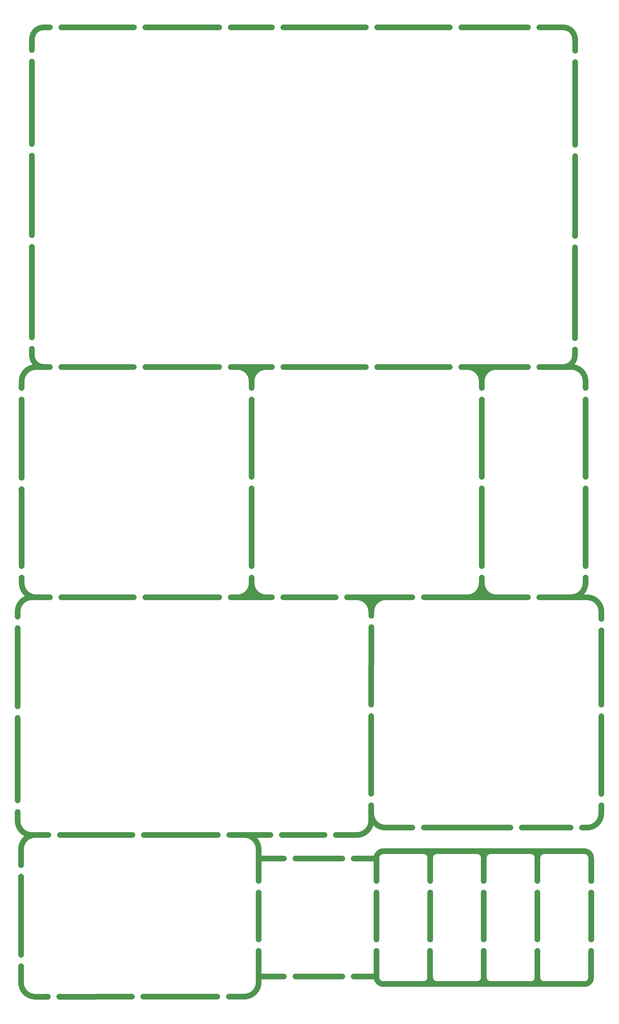
<source format=gbr>
G04 #@! TF.GenerationSoftware,KiCad,Pcbnew,(5.1.5)-3*
G04 #@! TF.CreationDate,2020-11-06T03:20:09-03:00*
G04 #@! TF.ProjectId,baseline_small,62617365-6c69-46e6-955f-736d616c6c2e,0.1*
G04 #@! TF.SameCoordinates,Original*
G04 #@! TF.FileFunction,Other,ECO1*
%FSLAX46Y46*%
G04 Gerber Fmt 4.6, Leading zero omitted, Abs format (unit mm)*
G04 Created by KiCad (PCBNEW (5.1.5)-3) date 2020-11-06 03:20:09*
%MOMM*%
%LPD*%
G04 APERTURE LIST*
%ADD10C,2.540000*%
G04 APERTURE END LIST*
D10*
X-142875000Y-364997890D02*
G75*
G02X-139954000Y-367944400I0J-2921110D01*
G01*
X-163893610Y-367919000D02*
G75*
G02X-160947100Y-364998000I2921110J0D01*
G01*
X-166814500Y-364997890D02*
G75*
G02X-163893500Y-367944400I0J-2921110D01*
G01*
X-187833110Y-367919000D02*
G75*
G02X-184886600Y-364998000I2921110J0D01*
G01*
X-190754000Y-364997890D02*
G75*
G02X-187833000Y-367944400I0J-2921110D01*
G01*
X-161036000Y-424180000D02*
G75*
G02X-163957000Y-421233490I0J2921110D01*
G01*
X-163893390Y-421322500D02*
G75*
G02X-166839900Y-424243500I-2921110J0D01*
G01*
X-214655400Y-364997891D02*
G75*
G02X-211709000Y-367969800I0J-2946509D01*
G01*
X-211759909Y-367944400D02*
G75*
G02X-208788000Y-364998000I2946509J0D01*
G01*
X-139903200Y-368274600D02*
X-139903200Y-378282200D01*
X-139903200Y-404317200D02*
X-139903200Y-383413000D01*
X-139928600Y-409448000D02*
X-139928600Y-420801800D01*
X-139954000Y-421322500D02*
G75*
G02X-142900510Y-424243500I-2921110J0D01*
G01*
X-184912000Y-424180110D02*
G75*
G02X-187833000Y-421233600I0J2921110D01*
G01*
X-187833000Y-421259000D02*
G75*
G02X-190779510Y-424180000I-2921110J0D01*
G01*
X-208851500Y-424205510D02*
G75*
G02X-211772500Y-421259000I0J2921110D01*
G01*
X-211772500Y-421195500D02*
G75*
G02X-214871405Y-424268900I-3073505J0D01*
G01*
X-232689400Y-424205505D02*
G75*
G02X-235762800Y-421106600I0J3073505D01*
G01*
X-235762905Y-368071400D02*
G75*
G02X-232664000Y-364998000I3073505J0D01*
G01*
X-142684500Y-364998000D02*
X-232410000Y-364998000D01*
X-232156000Y-424180000D02*
X-143065500Y-424180000D01*
X-163906200Y-404317200D02*
X-163906200Y-383413000D01*
X-163906200Y-365633000D02*
X-163906200Y-378282200D01*
X-163931600Y-409448000D02*
X-163931600Y-420801800D01*
X-187883800Y-409448000D02*
X-187883800Y-420801800D01*
X-187858400Y-404317200D02*
X-187858400Y-383413000D01*
X-187858400Y-365506000D02*
X-187858400Y-378282200D01*
X-211810600Y-409448000D02*
X-211810600Y-420801800D01*
X-211785200Y-404317200D02*
X-211785200Y-383413000D01*
X-211785200Y-365506000D02*
X-211785200Y-378282200D01*
X-277012400Y-420827200D02*
X-288086800Y-420827200D01*
X-271907000Y-420827200D02*
X-251002800Y-420827200D01*
X-235737400Y-420827200D02*
X-245872000Y-420827200D01*
X-235762800Y-409448000D02*
X-235762800Y-420801800D01*
X-235737400Y-404317200D02*
X-235737400Y-383413000D01*
X-235737400Y-368274600D02*
X-235737400Y-378282200D01*
X-235762800Y-368274600D02*
X-245872000Y-368274600D01*
X-271907000Y-368274600D02*
X-250977400Y-368274600D01*
X-277012400Y-368274600D02*
X-288340800Y-368274600D01*
X-288315400Y-363651800D02*
X-288315400Y-378289000D01*
X-294690800Y-357759000D02*
G75*
G02X-288315400Y-364159851I0J-6375451D01*
G01*
X-288289949Y-423418000D02*
G75*
G02X-294690800Y-429793400I-6375451J0D01*
G01*
X-288315400Y-423672000D02*
X-288315400Y-409448000D01*
X-288315400Y-404324000D02*
X-288315400Y-383413000D01*
X-301625000Y-429844200D02*
X-294233600Y-429844200D01*
X-306781200Y-429844200D02*
X-339757200Y-429844200D01*
X-377222200Y-429869600D02*
X-344881200Y-429844200D01*
X-382346200Y-429869600D02*
X-388137400Y-429869600D01*
X-394335000Y-416343574D02*
X-394335000Y-423672000D01*
X-387972300Y-429844251D02*
G75*
G02X-394347700Y-423443400I0J6375451D01*
G01*
X-394335000Y-411226000D02*
X-394335000Y-376338574D01*
X-394335000Y-371214574D02*
X-394335000Y-364178774D01*
X-394335000Y-364109000D02*
G75*
G02X-387934149Y-357733600I6375451J0D01*
G01*
X-219710000Y-251841000D02*
X-248818400Y-251815600D01*
X-253829000Y-357759000D02*
X-243992400Y-357759000D01*
X-135405240Y-348125974D02*
G75*
G02X-141806091Y-354501374I-6375451J0D01*
G01*
X-143990440Y-354475974D02*
X-141094840Y-354475974D01*
X-135379840Y-347846574D02*
X-135379840Y-344569974D01*
X-135379840Y-304818974D02*
X-135379840Y-339439174D01*
X-135379840Y-299688174D02*
X-135379840Y-266591974D01*
X-135379840Y-257447974D02*
X-135379840Y-261467974D01*
X-149121240Y-354501374D02*
X-170870440Y-354501374D01*
X-214558440Y-354501374D02*
X-175994440Y-354501374D01*
X-141602840Y-251834574D02*
X-163042600Y-251815600D01*
X-141755240Y-251859974D02*
G75*
G02X-135379840Y-258260825I0J-6375451D01*
G01*
X-142441040Y-245738574D02*
X-142441040Y-243071574D01*
X-168173400Y-251815600D02*
X-214558440Y-251834574D01*
X-231696640Y-354501374D02*
G75*
G02X-238072040Y-348100523I0J6375451D01*
G01*
X-238074149Y-351383600D02*
G75*
G02X-244475000Y-357759000I-6375451J0D01*
G01*
X-244472840Y-251859923D02*
G75*
G02X-238097440Y-258260774I0J-6375451D01*
G01*
X-237995891Y-258209974D02*
G75*
G02X-231595040Y-251834574I6375451J0D01*
G01*
X-395831440Y-347509574D02*
X-395831440Y-351808974D01*
X-389125840Y-357777974D02*
X-382090040Y-357777974D01*
X-389481440Y-357777974D02*
G75*
G02X-395856840Y-351377123I0J6375451D01*
G01*
X-395831440Y-257803574D02*
X-395831440Y-260470574D01*
X-395831491Y-258209974D02*
G75*
G02X-389430640Y-251834574I6375451J0D01*
G01*
X-395844140Y-300475574D02*
X-395831440Y-265594574D01*
X-395844140Y-305599574D02*
X-395831440Y-342385574D01*
X-344625040Y-357777974D02*
X-376959240Y-357777974D01*
X-339501040Y-357777974D02*
X-306525040Y-357777974D01*
X-283030040Y-357777974D02*
X-301401040Y-357777974D01*
X-258953000Y-357759000D02*
X-277926800Y-357759000D01*
X-238046640Y-260020174D02*
X-238046640Y-252571174D01*
X-238046640Y-265144174D02*
X-238072040Y-299694974D01*
X-238072040Y-344544574D02*
X-238072040Y-351504174D01*
X-147190840Y-144036974D02*
G75*
G02X-152372384Y-149194586I-5181544J23988D01*
G01*
X-147140040Y-141446174D02*
X-147140040Y-143884574D01*
X-147140040Y-136315374D02*
X-147140040Y-95929374D01*
X-147114640Y-55263974D02*
X-147114640Y-90798574D01*
X-147114640Y-50139974D02*
X-147114640Y-13353974D01*
X-147114640Y-2863774D02*
X-147114640Y-8229974D01*
X-152348452Y2139970D02*
G75*
G02X-147190840Y-3041574I-23988J-5181544D01*
G01*
X-389430584Y-3017586D02*
G75*
G02X-384249040Y2140026I5181544J-23988D01*
G01*
X-381455040Y2190826D02*
X-383918840Y2190826D01*
X-163047240Y2190826D02*
X-152474040Y2190826D01*
X-168171240Y2190826D02*
X-197889240Y2190826D01*
X-235361040Y2190826D02*
X-203020040Y2190826D01*
X-240485040Y2190826D02*
X-277271040Y2190826D01*
X-300766040Y2190826D02*
X-282395040Y2190826D01*
X-305890040Y2190826D02*
X-338866040Y2190826D01*
X-376331040Y2190826D02*
X-343990040Y2190826D01*
X-142441040Y-158572574D02*
X-142441040Y-155060574D01*
X-148816440Y-149167723D02*
G75*
G02X-142441040Y-155568574I0J-6375451D01*
G01*
X-142443149Y-245414800D02*
G75*
G02X-148844000Y-251790200I-6375451J0D01*
G01*
X-182319040Y-251859974D02*
G75*
G02X-188694440Y-245459123I0J6375451D01*
G01*
X-188796040Y-245484574D02*
G75*
G02X-195196891Y-251859974I-6375451J0D01*
G01*
X-142441040Y-237947574D02*
X-142441040Y-203320574D01*
X-142441040Y-163696574D02*
X-142441040Y-198196574D01*
X-148181440Y-149218574D02*
X-163040440Y-149218574D01*
X-188745240Y-155568574D02*
G75*
G02X-182344389Y-149193174I6375451J0D01*
G01*
X-195146040Y-149218574D02*
G75*
G02X-188770640Y-155619425I0J-6375451D01*
G01*
X-291412040Y-245484574D02*
G75*
G02X-297812891Y-251859974I-6375451J0D01*
G01*
X-285062040Y-251834574D02*
G75*
G02X-291437440Y-245433723I0J6375451D01*
G01*
X-253974600Y-251834574D02*
X-277271040Y-251834574D01*
X-300766040Y-251834574D02*
X-282395040Y-251834574D01*
X-305890040Y-251834574D02*
X-338866040Y-251834574D01*
X-376331040Y-251834574D02*
X-343990040Y-251834574D01*
X-394078840Y-243071574D02*
X-394078840Y-245001974D01*
X-387678040Y-251834625D02*
G75*
G02X-394053440Y-245433774I0J6375451D01*
G01*
X-394091540Y-158559874D02*
X-394091540Y-155492374D01*
X-394078840Y-163696574D02*
X-394078840Y-198577574D01*
X-394078840Y-237940774D02*
X-394078840Y-203701574D01*
X-188745240Y-163721974D02*
X-188770640Y-198196574D01*
X-188745240Y-237947574D02*
X-188745240Y-203320574D01*
X-291412040Y-251072574D02*
X-291412040Y-243071574D01*
X-291412040Y-149472574D02*
X-291412040Y-158572574D01*
X-291437440Y-198196574D02*
X-291437440Y-163696574D01*
X-188745240Y-158572574D02*
X-188745240Y-149472574D01*
X-389463200Y-143579774D02*
X-389463200Y-141134574D01*
X-384299840Y-149142374D02*
G75*
G02X-389457452Y-143960830I23988J5181544D01*
G01*
X-387855840Y-149218574D02*
X-381455040Y-149218574D01*
X-394053491Y-155593974D02*
G75*
G02X-387652640Y-149218574I6375451J0D01*
G01*
X-297787440Y-149167723D02*
G75*
G02X-291412040Y-155568574I0J-6375451D01*
G01*
X-282395040Y-149218574D02*
X-300766040Y-149218574D01*
X-277271040Y-149218574D02*
X-240485040Y-149218574D01*
X-203020040Y-149218574D02*
X-235361040Y-149218574D01*
X-343990040Y-149218574D02*
X-376331040Y-149218574D01*
X-338866040Y-149218574D02*
X-305890040Y-149218574D01*
X-389463200Y-7921000D02*
X-389463200Y-2660574D01*
X-238074200Y-339420200D02*
X-238074200Y-304800000D01*
X-381455040Y-251834574D02*
X-389608440Y-251834574D01*
X-188719840Y-243122374D02*
X-188719840Y-251631374D01*
X-291412040Y-203320574D02*
X-291412040Y-237947574D01*
X-219682440Y-354501374D02*
X-232001440Y-354501374D01*
X-197896040Y-149218574D02*
X-168171240Y-149218574D01*
X-291462891Y-155593974D02*
G75*
G02X-285062040Y-149218574I6375451J0D01*
G01*
X-389463200Y-95601800D02*
X-389463200Y-136010574D01*
X-389463200Y-90471000D02*
X-389463200Y-54961800D01*
X-389463200Y-13051800D02*
X-389463200Y-49831000D01*
X-139954000Y-409448000D02*
X-139954000Y-410118000D01*
X-139954000Y-404324000D02*
X-139954000Y-403654000D01*
X-139954000Y-378289000D02*
X-139954000Y-377619000D01*
X-139954000Y-383413000D02*
X-139954000Y-384083000D01*
X-163931600Y-404324000D02*
X-163931600Y-403654000D01*
X-163931600Y-409448000D02*
X-163931600Y-410118000D01*
X-163906200Y-383413000D02*
X-163906200Y-384083000D01*
X-163906200Y-378289000D02*
X-163906200Y-377619000D01*
X-187858400Y-378289000D02*
X-187858400Y-377619000D01*
X-187858400Y-383413000D02*
X-187858400Y-384083000D01*
X-187883800Y-409448000D02*
X-187883800Y-410118000D01*
X-187883800Y-404324000D02*
X-187883800Y-403654000D01*
X-211785200Y-378289000D02*
X-211785200Y-377619000D01*
X-211785200Y-383413000D02*
X-211785200Y-384083000D01*
X-211810600Y-409448000D02*
X-211810600Y-410118000D01*
X-211810600Y-404324000D02*
X-211810600Y-403654000D01*
X-271907000Y-420827200D02*
X-271237000Y-420827200D01*
X-277031000Y-420827200D02*
X-277701000Y-420827200D01*
X-250996000Y-420827200D02*
X-251666000Y-420827200D01*
X-245872000Y-420827200D02*
X-245202000Y-420827200D01*
X-277031000Y-368274600D02*
X-277701000Y-368274600D01*
X-271907000Y-368274600D02*
X-271237000Y-368274600D01*
X-245872000Y-368274600D02*
X-245202000Y-368274600D01*
X-250996000Y-368274600D02*
X-251666000Y-368274600D01*
X-235762800Y-404324000D02*
X-235762800Y-403654000D01*
X-235762800Y-409448000D02*
X-235762800Y-410118000D01*
X-235737400Y-383413000D02*
X-235737400Y-384083000D01*
X-235737400Y-378289000D02*
X-235737400Y-377619000D01*
X-288315400Y-409448000D02*
X-288315400Y-410118000D01*
X-288315400Y-404324000D02*
X-288315400Y-403654000D01*
X-288315400Y-378289000D02*
X-288315400Y-377619000D01*
X-288315400Y-383413000D02*
X-288315400Y-384083000D01*
X-306755800Y-429844200D02*
X-307425800Y-429844200D01*
X-301631800Y-429844200D02*
X-300961800Y-429844200D01*
X-339731800Y-429844200D02*
X-339061800Y-429844200D01*
X-344855800Y-429844200D02*
X-345525800Y-429844200D01*
X-382397000Y-429844200D02*
X-383067000Y-429844200D01*
X-377273000Y-429844200D02*
X-376603000Y-429844200D01*
X-394322300Y-376389526D02*
X-394322300Y-377059526D01*
X-394322300Y-371265526D02*
X-394322300Y-370595526D01*
X-394335000Y-411149800D02*
X-394335000Y-410479800D01*
X-394335000Y-416273800D02*
X-394335000Y-416943800D01*
X-135379840Y-261467974D02*
X-135379840Y-260797974D01*
X-135379840Y-266591974D02*
X-135379840Y-267261974D01*
X-135379840Y-304818974D02*
X-135379840Y-305488974D01*
X-135379840Y-299694974D02*
X-135379840Y-299024974D01*
X-135379840Y-339445974D02*
X-135379840Y-338775974D01*
X-135379840Y-344569974D02*
X-135379840Y-345239974D01*
X-163049400Y-251815600D02*
X-162379400Y-251815600D01*
X-168173400Y-251815600D02*
X-168843400Y-251815600D01*
X-219707840Y-251834574D02*
X-220377840Y-251834574D01*
X-214583840Y-251834574D02*
X-213913840Y-251834574D01*
X-170845040Y-354475974D02*
X-170175040Y-354475974D01*
X-175969040Y-354475974D02*
X-176639040Y-354475974D01*
X-149121240Y-354475974D02*
X-149791240Y-354475974D01*
X-143997240Y-354475974D02*
X-143327240Y-354475974D01*
X-253829000Y-357759000D02*
X-253159000Y-357759000D01*
X-258953000Y-357759000D02*
X-259623000Y-357759000D01*
X-283055440Y-357752574D02*
X-283725440Y-357752574D01*
X-277931440Y-357752574D02*
X-277261440Y-357752574D01*
X-395831440Y-347509574D02*
X-395831440Y-348179574D01*
X-395831440Y-342385574D02*
X-395831440Y-341715574D01*
X-395844140Y-300475574D02*
X-395844140Y-299805574D01*
X-395844140Y-305599574D02*
X-395844140Y-306269574D01*
X-395831440Y-265594574D02*
X-395831440Y-266264574D01*
X-395831440Y-260470574D02*
X-395831440Y-259800574D01*
X-344625040Y-357777974D02*
X-345295040Y-357777974D01*
X-339501040Y-357777974D02*
X-338831040Y-357777974D01*
X-376966040Y-357777974D02*
X-376296040Y-357777974D01*
X-382090040Y-357777974D02*
X-382760040Y-357777974D01*
X-306525040Y-357777974D02*
X-307195040Y-357777974D01*
X-301401040Y-357777974D02*
X-300731040Y-357777974D01*
X-238072040Y-304818974D02*
X-238072040Y-305488974D01*
X-238072040Y-299694974D02*
X-238072040Y-299024974D01*
X-238072040Y-344544574D02*
X-238072040Y-345214574D01*
X-238072040Y-339420574D02*
X-238072040Y-338750574D01*
X-238046640Y-260020174D02*
X-238046640Y-259350174D01*
X-238046640Y-265144174D02*
X-238046640Y-265814174D01*
X-142441040Y-237947574D02*
X-142441040Y-237277574D01*
X-142441040Y-243071574D02*
X-142441040Y-243741574D01*
X-142441040Y-203295174D02*
X-142441040Y-203965174D01*
X-142441040Y-198171174D02*
X-142441040Y-197501174D01*
X-142441040Y-158572574D02*
X-142441040Y-157902574D01*
X-142441040Y-163696574D02*
X-142441040Y-164366574D01*
X-147140040Y-141446174D02*
X-147140040Y-142116174D01*
X-147140040Y-136322174D02*
X-147140040Y-135652174D01*
X-147114640Y-8229974D02*
X-147114640Y-7559974D01*
X-147114640Y-13353974D02*
X-147114640Y-14023974D01*
X-147140040Y-90805374D02*
X-147140040Y-90135374D01*
X-147140040Y-95929374D02*
X-147140040Y-96599374D01*
X-147114640Y-55263974D02*
X-147114640Y-55933974D01*
X-147114640Y-50139974D02*
X-147114640Y-49469974D01*
X-168189840Y2190826D02*
X-168859840Y2190826D01*
X-163065840Y2190826D02*
X-162395840Y2190826D01*
X-197914640Y2190826D02*
X-197244640Y2190826D01*
X-203038640Y2190826D02*
X-203708640Y2190826D01*
X-240503640Y2190826D02*
X-241173640Y2190826D01*
X-235379640Y2190826D02*
X-234709640Y2190826D01*
X-277289640Y2190826D02*
X-276619640Y2190826D01*
X-282413640Y2190826D02*
X-283083640Y2190826D01*
X-305883240Y2190826D02*
X-306553240Y2190826D01*
X-300759240Y2190826D02*
X-300089240Y2190826D01*
X-338833840Y2190826D02*
X-338163840Y2190826D01*
X-343957840Y2190826D02*
X-344627840Y2190826D01*
X-381448240Y2190826D02*
X-382118240Y2190826D01*
X-376324240Y2190826D02*
X-375654240Y2190826D01*
X-253949200Y-251815600D02*
X-254619200Y-251815600D01*
X-248825200Y-251815600D02*
X-248155200Y-251815600D01*
X-300766040Y-251834574D02*
X-300096040Y-251834574D01*
X-305890040Y-251834574D02*
X-306560040Y-251834574D01*
X-214558440Y-354501374D02*
X-213888440Y-354501374D01*
X-219682440Y-354501374D02*
X-220352440Y-354501374D01*
X-282395040Y-251834574D02*
X-283065040Y-251834574D01*
X-277271040Y-251834574D02*
X-276601040Y-251834574D01*
X-338866040Y-251834574D02*
X-338196040Y-251834574D01*
X-343990040Y-251834574D02*
X-344660040Y-251834574D01*
X-381455040Y-251834574D02*
X-382125040Y-251834574D01*
X-376331040Y-251834574D02*
X-375661040Y-251834574D01*
X-394078840Y-237915374D02*
X-394078840Y-237245374D01*
X-394078840Y-243039374D02*
X-394078840Y-243709374D01*
X-394104240Y-203643974D02*
X-394104240Y-204313974D01*
X-394104240Y-198519974D02*
X-394104240Y-197849974D01*
X-188770640Y-203320574D02*
X-188770640Y-203990574D01*
X-188770640Y-198196574D02*
X-188770640Y-197526574D01*
X-188745240Y-243071574D02*
X-188745240Y-243741574D01*
X-188745240Y-237947574D02*
X-188745240Y-237277574D01*
X-291437440Y-198196574D02*
X-291437440Y-197526574D01*
X-291437440Y-203320574D02*
X-291437440Y-203990574D01*
X-188745240Y-158572574D02*
X-188745240Y-157902574D01*
X-188745240Y-163696574D02*
X-188745240Y-164366574D01*
X-291412040Y-237947574D02*
X-291412040Y-237277574D01*
X-291412040Y-243071574D02*
X-291412040Y-243741574D01*
X-291412040Y-163696574D02*
X-291412040Y-164366574D01*
X-291412040Y-158572574D02*
X-291412040Y-157902574D01*
X-163047240Y-149218574D02*
X-162377240Y-149218574D01*
X-168171240Y-149218574D02*
X-168841240Y-149218574D01*
X-235361040Y-149218574D02*
X-234691040Y-149218574D01*
X-240485040Y-149218574D02*
X-241155040Y-149218574D01*
X-203020040Y-149218574D02*
X-203690040Y-149218574D01*
X-197896040Y-149218574D02*
X-197226040Y-149218574D01*
X-277271040Y-149218574D02*
X-276601040Y-149218574D01*
X-282395040Y-149218574D02*
X-283065040Y-149218574D01*
X-343990040Y-149218574D02*
X-344660040Y-149218574D01*
X-338866040Y-149218574D02*
X-338196040Y-149218574D01*
X-305890040Y-149218574D02*
X-306560040Y-149218574D01*
X-300766040Y-149218574D02*
X-300096040Y-149218574D01*
X-394104240Y-158540374D02*
X-394104240Y-157870374D01*
X-394104240Y-163664374D02*
X-394104240Y-164334374D01*
X-376331040Y-149218574D02*
X-375661040Y-149218574D01*
X-381455040Y-149218574D02*
X-382125040Y-149218574D01*
X-389463200Y-90471000D02*
X-389463200Y-89801000D01*
X-389463200Y-95595000D02*
X-389463200Y-96265000D01*
X-389463200Y-54955000D02*
X-389463200Y-55625000D01*
X-389463200Y-49831000D02*
X-389463200Y-49161000D01*
X-389463200Y-7921000D02*
X-389463200Y-7251000D01*
X-389463200Y-13045000D02*
X-389463200Y-13715000D01*
X-389463200Y-141134574D02*
X-389463200Y-141804574D01*
X-389463200Y-136010574D02*
X-389463200Y-135340574D01*
M02*

</source>
